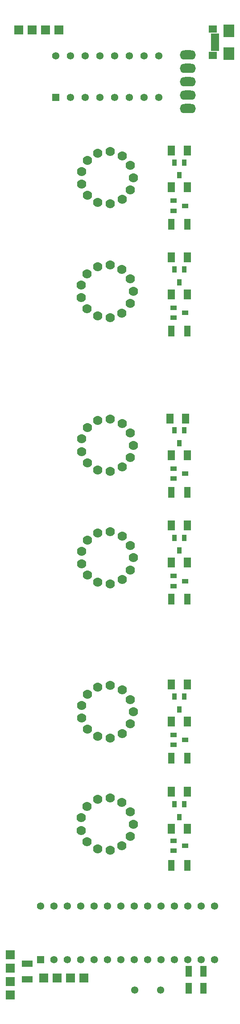
<source format=gbr>
G04 EasyPC Gerber Version 21.0.3 Build 4286 *
%FSLAX35Y35*%
%MOIN*%
%ADD98R,0.03756X0.04937*%
%ADD100R,0.04937X0.07890*%
%ADD104R,0.05016X0.08165*%
%ADD99R,0.05528X0.07693*%
%ADD103R,0.08480X0.09465*%
%ADD73R,0.05461X0.05461*%
%ADD76R,0.07000X0.07000*%
%ADD77C,0.05449*%
%ADD74C,0.05461*%
%ADD96O,0.12000X0.07000*%
%ADD101R,0.06315X0.02575*%
%ADD97R,0.05134X0.03362*%
%ADD82C,0.07000*%
%ADD105R,0.08087X0.05134*%
%ADD102R,0.06118X0.05724*%
X0Y0D02*
D02*
D73*
X39000Y50250D03*
X50382Y693805D03*
D02*
D74*
X39000Y90250D03*
X49000Y50250D03*
Y90250D03*
X50382Y724805D03*
X59000Y50250D03*
Y90250D03*
X61382Y693805D03*
Y724805D03*
X69000Y50250D03*
Y90250D03*
X72382Y693805D03*
Y724805D03*
X79000Y50250D03*
Y90250D03*
X83382Y693805D03*
Y724805D03*
X89000Y50250D03*
Y90250D03*
X94382Y693805D03*
Y724805D03*
X99000Y50250D03*
Y90250D03*
X105382Y693805D03*
Y724805D03*
X109000Y50250D03*
Y90250D03*
X116382Y693805D03*
Y724805D03*
X119000Y50250D03*
Y90250D03*
X127382Y693805D03*
Y724805D03*
X129000Y50250D03*
Y90250D03*
X139000Y50250D03*
Y90250D03*
X149000Y50250D03*
Y90250D03*
X159000Y50250D03*
Y90250D03*
X169000Y50250D03*
Y90250D03*
D02*
D76*
X16500Y24000D03*
Y34000D03*
Y44000D03*
Y54000D03*
X22750Y744000D03*
X32750D03*
X41500Y36500D03*
X42750Y744000D03*
X51500Y36500D03*
X52750Y744000D03*
X61500Y36500D03*
X71500D03*
D02*
D77*
X109394Y27750D03*
X128606D03*
D02*
D82*
X69483Y146721D03*
Y544290D03*
X69483Y156143D03*
Y553712D03*
X69601Y230579D03*
Y345540D03*
Y429398D03*
Y629004D03*
X69601Y240001D03*
Y354962D03*
Y438820D03*
Y638426D03*
X73861Y138378D03*
Y535947D03*
X73862Y164485D03*
Y562054D03*
X73979Y222236D03*
Y337197D03*
Y421055D03*
Y620661D03*
X73980Y248344D03*
Y363304D03*
Y447163D03*
Y646769D03*
X81615Y133026D03*
Y530594D03*
X81616Y169837D03*
Y567406D03*
X81733Y216884D03*
Y331844D03*
Y415703D03*
Y615309D03*
X81734Y253696D03*
Y368656D03*
Y452515D03*
Y652121D03*
X90968Y131889D03*
Y529458D03*
X90969Y170973D03*
Y568542D03*
X91086Y215748D03*
Y330708D03*
Y414567D03*
Y614173D03*
X91087Y254831D03*
Y369792D03*
Y453650D03*
Y653256D03*
X99778Y135230D03*
Y532799D03*
X99779Y167631D03*
Y565200D03*
X99896Y219088D03*
Y334049D03*
Y417907D03*
Y617513D03*
X99897Y251490D03*
Y366450D03*
Y450309D03*
Y649915D03*
X106026Y142282D03*
Y539851D03*
X106026Y160579D03*
Y558148D03*
X106144Y226140D03*
Y341101D03*
Y424959D03*
Y624565D03*
X106144Y244437D03*
Y359398D03*
Y443256D03*
Y642863D03*
X108281Y151431D03*
Y549000D03*
X108399Y235289D03*
Y350250D03*
Y434108D03*
Y633715D03*
D02*
D96*
X149000Y685250D03*
Y695250D03*
Y705250D03*
Y715250D03*
Y725250D03*
D02*
D97*
X138419Y131510D03*
Y138990D03*
Y210535D03*
Y218016D03*
Y329010D03*
Y336490D03*
Y409285D03*
Y416766D03*
Y529285D03*
Y536766D03*
Y609010D03*
Y616490D03*
X147081Y135250D03*
Y214276D03*
Y332750D03*
Y413026D03*
Y533026D03*
Y612750D03*
D02*
D98*
X139010Y166224D03*
Y246500D03*
Y364974D03*
Y445250D03*
Y565250D03*
Y644974D03*
X142750Y156776D03*
Y237051D03*
Y355526D03*
Y435801D03*
Y555801D03*
Y635526D03*
X146490Y166224D03*
Y246500D03*
Y364974D03*
Y445250D03*
Y565250D03*
Y644974D03*
D02*
D99*
X135594Y454000D03*
X136844Y148026D03*
Y175526D03*
Y228026D03*
Y255526D03*
Y346776D03*
Y374276D03*
Y426776D03*
Y546776D03*
Y574276D03*
Y626500D03*
Y654000D03*
X147406Y454000D03*
X148656Y148026D03*
Y175526D03*
Y228026D03*
Y255526D03*
Y346776D03*
Y374276D03*
Y426776D03*
Y546776D03*
Y574276D03*
Y626500D03*
Y654000D03*
D02*
D100*
X136844Y120526D03*
Y200526D03*
Y319276D03*
Y399000D03*
Y519276D03*
Y599000D03*
X148656Y120526D03*
Y200526D03*
Y319276D03*
Y399000D03*
Y519276D03*
Y599000D03*
D02*
D101*
X169439Y729738D03*
Y732297D03*
Y734856D03*
Y737415D03*
Y739974D03*
D02*
D102*
X167864Y725014D03*
Y744699D03*
D02*
D103*
X179675Y726293D03*
Y743419D03*
D02*
D104*
X149738Y29000D03*
Y41500D03*
X160762Y29000D03*
Y41500D03*
D02*
D105*
X29000Y35594D03*
Y47406D03*
X0Y0D02*
M02*

</source>
